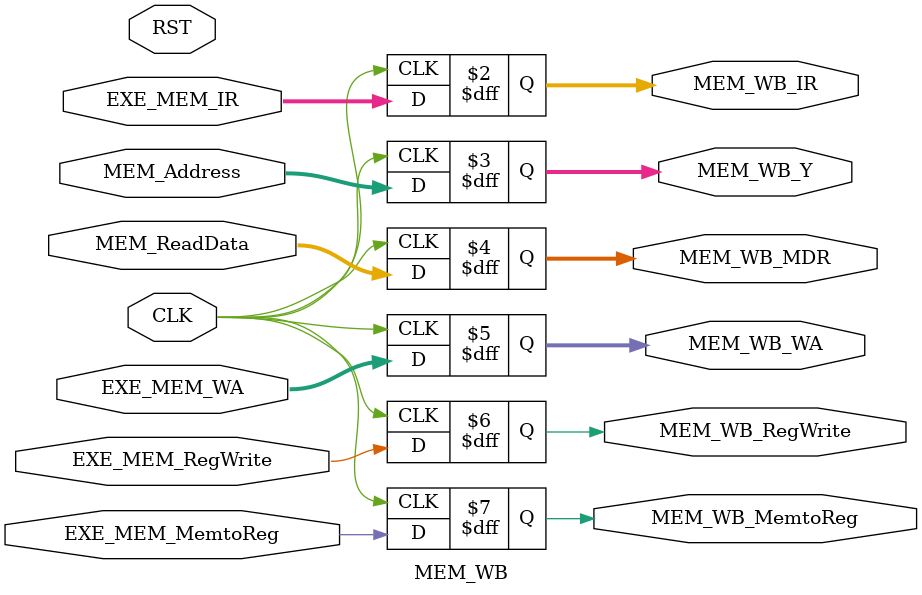
<source format=v>
`timescale 1ns / 1ps


module MEM_WB(
    input CLK,RST,
    input [31:0] MEM_ReadData, MEM_Address,
    input [31:0] EXE_MEM_IR,
    input [4:0] EXE_MEM_WA,
    input EXE_MEM_RegWrite, EXE_MEM_MemtoReg,
    output reg [31:0] MEM_WB_IR,MEM_WB_Y,MEM_WB_MDR,
    output reg [4:0] MEM_WB_WA,
    output reg MEM_WB_RegWrite, MEM_WB_MemtoReg
    );
    
    always@(negedge CLK)
    begin
        MEM_WB_IR <= EXE_MEM_IR;                MEM_WB_WA <= EXE_MEM_WA;
        MEM_WB_MDR <= MEM_ReadData;             MEM_WB_Y <= MEM_Address;
        MEM_WB_RegWrite <= EXE_MEM_RegWrite;    MEM_WB_MemtoReg <= EXE_MEM_MemtoReg;
    end
endmodule

</source>
